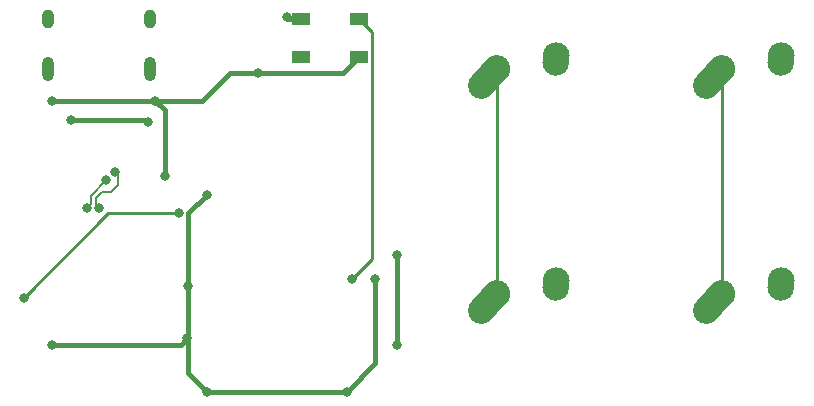
<source format=gbr>
%TF.GenerationSoftware,KiCad,Pcbnew,(6.0.1-0)*%
%TF.CreationDate,2022-10-25T12:30:20+02:00*%
%TF.ProjectId,macro,6d616372-6f2e-46b6-9963-61645f706362,rev?*%
%TF.SameCoordinates,Original*%
%TF.FileFunction,Copper,L1,Top*%
%TF.FilePolarity,Positive*%
%FSLAX46Y46*%
G04 Gerber Fmt 4.6, Leading zero omitted, Abs format (unit mm)*
G04 Created by KiCad (PCBNEW (6.0.1-0)) date 2022-10-25 12:30:20*
%MOMM*%
%LPD*%
G01*
G04 APERTURE LIST*
G04 Aperture macros list*
%AMHorizOval*
0 Thick line with rounded ends*
0 $1 width*
0 $2 $3 position (X,Y) of the first rounded end (center of the circle)*
0 $4 $5 position (X,Y) of the second rounded end (center of the circle)*
0 Add line between two ends*
20,1,$1,$2,$3,$4,$5,0*
0 Add two circle primitives to create the rounded ends*
1,1,$1,$2,$3*
1,1,$1,$4,$5*%
G04 Aperture macros list end*
%TA.AperFunction,SMDPad,CuDef*%
%ADD10R,1.500000X1.000000*%
%TD*%
%TA.AperFunction,ComponentPad*%
%ADD11O,1.000000X2.100000*%
%TD*%
%TA.AperFunction,ComponentPad*%
%ADD12O,1.000000X1.600000*%
%TD*%
%TA.AperFunction,ComponentPad*%
%ADD13C,2.250000*%
%TD*%
%TA.AperFunction,ComponentPad*%
%ADD14HorizOval,2.250000X0.020000X0.290000X-0.020000X-0.290000X0*%
%TD*%
%TA.AperFunction,ComponentPad*%
%ADD15HorizOval,2.250000X0.655001X0.730000X-0.655001X-0.730000X0*%
%TD*%
%TA.AperFunction,ViaPad*%
%ADD16C,0.800000*%
%TD*%
%TA.AperFunction,Conductor*%
%ADD17C,0.250000*%
%TD*%
%TA.AperFunction,Conductor*%
%ADD18C,0.381000*%
%TD*%
%TA.AperFunction,Conductor*%
%ADD19C,0.200000*%
%TD*%
G04 APERTURE END LIST*
D10*
%TO.P,D5,1,VDD*%
%TO.N,+5V*%
X135397500Y-80373750D03*
%TO.P,D5,2,DOUT*%
%TO.N,unconnected-(D5-Pad2)*%
X135397500Y-83573750D03*
%TO.P,D5,3,VSS*%
%TO.N,GND*%
X140297500Y-83573750D03*
%TO.P,D5,4,DIN*%
%TO.N,LED_DIN*%
X140297500Y-80373750D03*
%TD*%
D11*
%TO.P,USB1,13,SHIELD*%
%TO.N,GND*%
X113948750Y-84567500D03*
X122588750Y-84567500D03*
D12*
X113948750Y-80387500D03*
X122588750Y-80387500D03*
%TD*%
D13*
%TO.P,MX2,2,ROW*%
%TO.N,Net-(D2-Pad2)*%
X176042468Y-83491218D03*
D14*
X176022468Y-83781218D03*
D15*
%TO.P,MX2,1,COL*%
%TO.N,COL1*%
X170347469Y-85301218D03*
D13*
X171002468Y-84571218D03*
%TD*%
D15*
%TO.P,MX3,1,COL*%
%TO.N,COL0*%
X151297469Y-104351218D03*
D13*
X151952468Y-103621218D03*
D14*
%TO.P,MX3,2,ROW*%
%TO.N,Net-(D3-Pad2)*%
X156972468Y-102831218D03*
D13*
X156992468Y-102541218D03*
%TD*%
%TO.P,MX4,2,ROW*%
%TO.N,Net-(D4-Pad2)*%
X176042468Y-102541218D03*
D14*
X176022468Y-102831218D03*
D15*
%TO.P,MX4,1,COL*%
%TO.N,COL1*%
X170347469Y-104351218D03*
D13*
X171002468Y-103621218D03*
%TD*%
D15*
%TO.P,MX1,1,COL*%
%TO.N,COL0*%
X151297469Y-85301218D03*
D13*
X151952468Y-84571218D03*
D14*
%TO.P,MX1,2,ROW*%
%TO.N,Net-(D1-Pad2)*%
X156972468Y-83781218D03*
D13*
X156992468Y-83491218D03*
%TD*%
D16*
%TO.N,LED_DIN*%
X139700000Y-102393750D03*
%TO.N,+5V*%
X134143750Y-80168750D03*
%TO.N,GND*%
X131762500Y-84931250D03*
%TO.N,+5V*%
X127373874Y-95250000D03*
%TO.N,VBUS*%
X115887500Y-88900000D03*
X122425000Y-89087500D03*
%TO.N,D+*%
X119589483Y-93291268D03*
%TO.N,D-*%
X118847019Y-94033732D03*
%TO.N,D+*%
X118293750Y-96350845D03*
%TO.N,D-*%
X117243750Y-96350845D03*
%TO.N,GND*%
X123825000Y-93662500D03*
X114300000Y-87312500D03*
X123031250Y-87312500D03*
%TO.N,+5V*%
X127373874Y-111918750D03*
X125724731Y-107392501D03*
X141661374Y-102393750D03*
X139280124Y-111918750D03*
X114300000Y-107950000D03*
X125781991Y-102970344D03*
%TO.N,GND*%
X143510000Y-100330000D03*
X143510000Y-107950000D03*
%TO.N,Net-(R3-Pad2)*%
X124992624Y-96837500D03*
X111918750Y-103981250D03*
%TD*%
D17*
%TO.N,LED_DIN*%
X139700000Y-102393750D02*
X141372011Y-100721739D01*
X141372011Y-100721739D02*
X141372011Y-81448261D01*
X141372011Y-81448261D02*
X140297500Y-80373750D01*
D18*
%TO.N,GND*%
X140297500Y-83573750D02*
X138940000Y-84931250D01*
X138940000Y-84931250D02*
X131762500Y-84931250D01*
X131762500Y-84931250D02*
X129381250Y-84931250D01*
X129381250Y-84931250D02*
X127000000Y-87312500D01*
X127000000Y-87312500D02*
X123031250Y-87312500D01*
%TO.N,+5V*%
X134348750Y-80373750D02*
X134143750Y-80168750D01*
X135397500Y-80373750D02*
X134348750Y-80373750D01*
%TO.N,GND*%
X123031250Y-87312500D02*
X114300000Y-87312500D01*
%TO.N,VBUS*%
X122237500Y-88900000D02*
X122425000Y-89087500D01*
X115887500Y-88900000D02*
X122237500Y-88900000D01*
D19*
%TO.N,D+*%
X119589483Y-93291268D02*
X119589483Y-93362673D01*
X119261031Y-95033243D02*
X118483906Y-95033243D01*
X119589483Y-93362673D02*
X119846530Y-93619720D01*
X119846530Y-93619720D02*
X119846530Y-94447744D01*
X118483906Y-95033243D02*
X117993751Y-95523398D01*
X119846530Y-94447744D02*
X119261031Y-95033243D01*
X117993751Y-95523398D02*
X117993751Y-96050846D01*
X117993751Y-96050846D02*
X118293750Y-96350845D01*
%TO.N,D-*%
X117543749Y-96050846D02*
X117243750Y-96350845D01*
X118847019Y-94033732D02*
X117543749Y-95337002D01*
X117543749Y-95337002D02*
X117543749Y-96050846D01*
D18*
%TO.N,GND*%
X123825000Y-93662500D02*
X123825000Y-88106250D01*
X123825000Y-88106250D02*
X123031250Y-87312500D01*
%TO.N,+5V*%
X141661374Y-109537500D02*
X139280124Y-111918750D01*
X139280124Y-111918750D02*
X127373874Y-111918750D01*
X114300000Y-107950000D02*
X125167232Y-107950000D01*
X125786374Y-110331250D02*
X125786374Y-97631250D01*
X125167232Y-107950000D02*
X125724731Y-107392501D01*
X125786374Y-97631250D02*
X125786374Y-96837500D01*
X125786374Y-96837500D02*
X127373874Y-95250000D01*
X141661374Y-102393750D02*
X141661374Y-109537500D01*
X127373874Y-111918750D02*
X125786374Y-110331250D01*
%TO.N,GND*%
X143510000Y-107950000D02*
X143510000Y-100330000D01*
D17*
%TO.N,COL0*%
X151952468Y-84571218D02*
X151952468Y-103621218D01*
%TO.N,COL1*%
X171002468Y-84571218D02*
X171002468Y-103621218D01*
X169877468Y-104746218D02*
X171002468Y-103621218D01*
%TO.N,Net-(R3-Pad2)*%
X111918750Y-103981250D02*
X119062500Y-96837500D01*
X119062500Y-96837500D02*
X124992624Y-96837500D01*
%TD*%
M02*

</source>
